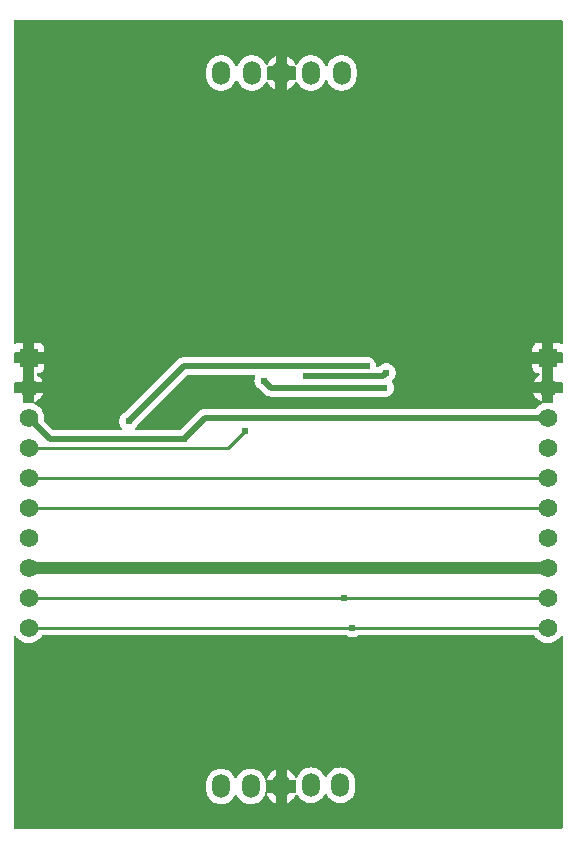
<source format=gbl>
G04 Layer: BottomLayer*
G04 EasyEDA v6.5.22, 2023-04-22 10:10:04*
G04 1b96b35224f94a88acdb7b821174fc80,0997c0c323a540828c61b468e30a80a1,10*
G04 Gerber Generator version 0.2*
G04 Scale: 100 percent, Rotated: No, Reflected: No *
G04 Dimensions in millimeters *
G04 leading zeros omitted , absolute positions ,4 integer and 5 decimal *
%FSLAX45Y45*%
%MOMM*%

%ADD10C,0.2540*%
%ADD11C,0.5000*%
%ADD12C,1.0000*%
%ADD13O,1.524X1.9999959999999999*%
%ADD14C,1.5748*%
%ADD15R,1.5748X1.5748*%
%ADD16C,0.6100*%
%ADD17C,0.0194*%

%LPD*%
G36*
X1826006Y8254492D02*
G01*
X1822094Y8255253D01*
X1818843Y8257438D01*
X1743913Y8332368D01*
X1741525Y8336076D01*
X1740966Y8340445D01*
X1742084Y8352790D01*
X1741627Y8368080D01*
X1739341Y8383219D01*
X1735328Y8398002D01*
X1729587Y8412175D01*
X1722170Y8425586D01*
X1713230Y8438032D01*
X1702917Y8449310D01*
X1691335Y8459317D01*
X1678635Y8467852D01*
X1665376Y8474659D01*
X1662379Y8476996D01*
X1660448Y8480247D01*
X1659889Y8484006D01*
X1660702Y8487714D01*
X1662836Y8490864D01*
X1665935Y8492998D01*
X1671929Y8495639D01*
X1685086Y8503412D01*
X1697278Y8512708D01*
X1708251Y8523376D01*
X1717903Y8535263D01*
X1726082Y8548217D01*
X1732635Y8562035D01*
X1733600Y8564880D01*
X1658620Y8564880D01*
X1658620Y8491169D01*
X1657959Y8487562D01*
X1656080Y8484463D01*
X1653184Y8482177D01*
X1649730Y8481110D01*
X1646072Y8481314D01*
X1635760Y8483803D01*
X1620570Y8485581D01*
X1605229Y8485581D01*
X1590040Y8483803D01*
X1579727Y8481314D01*
X1576070Y8481110D01*
X1572615Y8482177D01*
X1569720Y8484463D01*
X1567840Y8487562D01*
X1567180Y8491169D01*
X1567180Y8564880D01*
X1496568Y8564880D01*
X1492656Y8565642D01*
X1489405Y8567877D01*
X1487170Y8571128D01*
X1486408Y8575040D01*
X1486408Y8646160D01*
X1487170Y8650071D01*
X1489405Y8653322D01*
X1492656Y8655558D01*
X1496568Y8656320D01*
X1567180Y8656320D01*
X1567180Y8818880D01*
X1496568Y8818880D01*
X1492656Y8819642D01*
X1489405Y8821877D01*
X1487170Y8825128D01*
X1486408Y8829040D01*
X1486408Y8900160D01*
X1487170Y8904071D01*
X1489405Y8907322D01*
X1492656Y8909558D01*
X1496568Y8910320D01*
X1567180Y8910320D01*
X1567180Y8993835D01*
X1534617Y8993835D01*
X1525371Y8993022D01*
X1516888Y8990787D01*
X1508912Y8987028D01*
X1502410Y8982456D01*
X1498346Y8980779D01*
X1493926Y8980982D01*
X1490014Y8983014D01*
X1487373Y8986520D01*
X1486408Y8990787D01*
X1486408Y11715242D01*
X1487170Y11719153D01*
X1489405Y11722404D01*
X1492656Y11724640D01*
X1496568Y11725402D01*
X6124448Y11725402D01*
X6128359Y11724640D01*
X6131610Y11722404D01*
X6133846Y11719153D01*
X6134608Y11715242D01*
X6134608Y8990076D01*
X6133642Y8985758D01*
X6131001Y8982303D01*
X6127089Y8980271D01*
X6122670Y8980068D01*
X6118606Y8981744D01*
X6111087Y8987028D01*
X6103112Y8990736D01*
X6094628Y8993022D01*
X6085382Y8993835D01*
X6052820Y8993835D01*
X6052820Y8910320D01*
X6124448Y8910320D01*
X6128359Y8909507D01*
X6131610Y8907322D01*
X6133846Y8904020D01*
X6134608Y8900160D01*
X6134608Y8829040D01*
X6133846Y8825128D01*
X6131610Y8821826D01*
X6128359Y8819642D01*
X6124448Y8818880D01*
X6052820Y8818880D01*
X6052820Y8656320D01*
X6124448Y8656320D01*
X6128359Y8655507D01*
X6131610Y8653322D01*
X6133846Y8650020D01*
X6134608Y8646160D01*
X6134608Y8575040D01*
X6133846Y8571128D01*
X6131610Y8567826D01*
X6128359Y8565642D01*
X6124448Y8564880D01*
X6052820Y8564880D01*
X6052820Y8491169D01*
X6052159Y8487562D01*
X6050280Y8484412D01*
X6047384Y8482177D01*
X6043930Y8481060D01*
X6040272Y8481263D01*
X6029960Y8483752D01*
X6014770Y8485581D01*
X5999429Y8485581D01*
X5984240Y8483752D01*
X5973927Y8481263D01*
X5970270Y8481060D01*
X5966815Y8482177D01*
X5963920Y8484412D01*
X5962040Y8487562D01*
X5961380Y8491169D01*
X5961380Y8564880D01*
X5886399Y8564880D01*
X5887364Y8562035D01*
X5893917Y8548217D01*
X5902096Y8535263D01*
X5911748Y8523376D01*
X5922721Y8512708D01*
X5934913Y8503412D01*
X5948070Y8495639D01*
X5954064Y8492998D01*
X5957163Y8490813D01*
X5959297Y8487664D01*
X5960110Y8484006D01*
X5959551Y8480247D01*
X5957620Y8476996D01*
X5954623Y8474659D01*
X5941364Y8467852D01*
X5928664Y8459317D01*
X5917082Y8449310D01*
X5903315Y8434070D01*
X5900470Y8432596D01*
X5897321Y8432088D01*
X3103118Y8432038D01*
X3094278Y8431225D01*
X3091891Y8430818D01*
X3083306Y8428685D01*
X3080969Y8427923D01*
X3070606Y8423452D01*
X3063036Y8418880D01*
X3061055Y8417458D01*
X3054248Y8411819D01*
X2899816Y8257438D01*
X2896514Y8255253D01*
X2892602Y8254492D01*
X2523794Y8254492D01*
X2519832Y8255253D01*
X2516530Y8257489D01*
X2514346Y8260842D01*
X2513634Y8264753D01*
X2514447Y8268665D01*
X2516733Y8271967D01*
X2519070Y8274202D01*
X2526284Y8283549D01*
X2532481Y8294674D01*
X2534158Y8296909D01*
X2953613Y8716314D01*
X2956915Y8718550D01*
X2960827Y8719312D01*
X3522065Y8719312D01*
X3526028Y8718499D01*
X3529380Y8716213D01*
X3531565Y8712809D01*
X3532225Y8708796D01*
X3531260Y8704834D01*
X3529126Y8700262D01*
X3525723Y8688984D01*
X3523996Y8677249D01*
X3523996Y8665464D01*
X3525723Y8653729D01*
X3529126Y8642400D01*
X3534156Y8631732D01*
X3540658Y8621877D01*
X3548583Y8613038D01*
X3557625Y8605469D01*
X3567734Y8599322D01*
X3569868Y8598408D01*
X3573068Y8596274D01*
X3612743Y8556650D01*
X3619550Y8551011D01*
X3629101Y8545068D01*
X3631285Y8543950D01*
X3639464Y8540546D01*
X3641801Y8539784D01*
X3650386Y8537651D01*
X3652774Y8537244D01*
X3661613Y8536432D01*
X4593437Y8536381D01*
X4609592Y8532266D01*
X4621377Y8530945D01*
X4633163Y8531402D01*
X4644796Y8533536D01*
X4655972Y8537346D01*
X4666488Y8542782D01*
X4676140Y8549640D01*
X4684623Y8557869D01*
X4691837Y8567216D01*
X4697628Y8577529D01*
X4701895Y8588552D01*
X4704435Y8600084D01*
X4705299Y8611870D01*
X4704435Y8623706D01*
X4701895Y8635238D01*
X4697628Y8646261D01*
X4691837Y8656574D01*
X4688484Y8660942D01*
X4686706Y8664549D01*
X4686503Y8668613D01*
X4687874Y8672423D01*
X4690618Y8675420D01*
X4692091Y8676436D01*
X4700574Y8684666D01*
X4707788Y8694013D01*
X4713579Y8704326D01*
X4717846Y8715349D01*
X4720386Y8726881D01*
X4721250Y8738666D01*
X4720386Y8750503D01*
X4717846Y8762034D01*
X4713579Y8773058D01*
X4707788Y8783370D01*
X4700574Y8792718D01*
X4692091Y8800947D01*
X4682439Y8807805D01*
X4671923Y8813241D01*
X4660747Y8817051D01*
X4649114Y8819184D01*
X4637328Y8819591D01*
X4625543Y8818321D01*
X4614113Y8815324D01*
X4603242Y8810701D01*
X4593132Y8804554D01*
X4584090Y8796985D01*
X4580280Y8792718D01*
X4576826Y8790228D01*
X4572711Y8789365D01*
X4564024Y8789365D01*
X4560316Y8790076D01*
X4557115Y8792057D01*
X4554880Y8795105D01*
X4553864Y8798763D01*
X4553305Y8806637D01*
X4550765Y8818168D01*
X4546498Y8829192D01*
X4540707Y8839504D01*
X4533493Y8848852D01*
X4525010Y8857081D01*
X4515358Y8863939D01*
X4504842Y8869375D01*
X4493666Y8873185D01*
X4482033Y8875318D01*
X4470247Y8875725D01*
X4458462Y8874455D01*
X4442307Y8870340D01*
X2922676Y8870289D01*
X2913888Y8869476D01*
X2911449Y8869070D01*
X2902864Y8866936D01*
X2900578Y8866174D01*
X2892399Y8862771D01*
X2890215Y8861653D01*
X2880614Y8855710D01*
X2873806Y8850020D01*
X2427071Y8403336D01*
X2423820Y8401151D01*
X2421737Y8400288D01*
X2411628Y8394090D01*
X2402535Y8386572D01*
X2394661Y8377732D01*
X2388108Y8367877D01*
X2383129Y8357158D01*
X2379726Y8345881D01*
X2377998Y8334146D01*
X2377998Y8322360D01*
X2379726Y8310625D01*
X2383129Y8299297D01*
X2388108Y8288629D01*
X2394661Y8278774D01*
X2401214Y8271408D01*
X2403195Y8268106D01*
X2403805Y8264296D01*
X2402941Y8260486D01*
X2400706Y8257336D01*
X2397455Y8255203D01*
X2393645Y8254492D01*
G37*

%LPC*%
G36*
X1658620Y8656320D02*
G01*
X1733550Y8656320D01*
X1729587Y8666175D01*
X1722170Y8679586D01*
X1713230Y8692032D01*
X1702917Y8703310D01*
X1691335Y8713317D01*
X1686153Y8716772D01*
X1683257Y8719769D01*
X1681835Y8723630D01*
X1681988Y8727744D01*
X1683816Y8731453D01*
X1687017Y8734145D01*
X1690979Y8735314D01*
X1700428Y8736177D01*
X1708912Y8738412D01*
X1716887Y8742172D01*
X1724101Y8747201D01*
X1730298Y8753398D01*
X1735328Y8760612D01*
X1739087Y8768588D01*
X1741322Y8777071D01*
X1742135Y8786317D01*
X1742135Y8818880D01*
X1658620Y8818880D01*
G37*
G36*
X5886450Y8656320D02*
G01*
X5961380Y8656320D01*
X5961380Y8818880D01*
X5877864Y8818880D01*
X5877864Y8786266D01*
X5878677Y8777071D01*
X5880912Y8768588D01*
X5884672Y8760612D01*
X5889701Y8753398D01*
X5895898Y8747201D01*
X5903112Y8742121D01*
X5911088Y8738412D01*
X5919571Y8736126D01*
X5929020Y8735314D01*
X5932982Y8734145D01*
X5936183Y8731453D01*
X5938012Y8727744D01*
X5938164Y8723579D01*
X5936742Y8719718D01*
X5933846Y8716772D01*
X5928664Y8713317D01*
X5917082Y8703310D01*
X5906770Y8692032D01*
X5897829Y8679586D01*
X5890412Y8666175D01*
G37*
G36*
X1658620Y8910320D02*
G01*
X1742135Y8910320D01*
X1742135Y8942882D01*
X1741322Y8952128D01*
X1739087Y8960612D01*
X1735328Y8968587D01*
X1730298Y8975801D01*
X1724101Y8981998D01*
X1716887Y8987028D01*
X1708912Y8990787D01*
X1700428Y8993022D01*
X1691182Y8993835D01*
X1658620Y8993835D01*
G37*
G36*
X5877864Y8910320D02*
G01*
X5961380Y8910320D01*
X5961380Y8993835D01*
X5928817Y8993835D01*
X5919571Y8993022D01*
X5911088Y8990736D01*
X5903112Y8987028D01*
X5895898Y8981998D01*
X5889701Y8975750D01*
X5884672Y8968536D01*
X5880912Y8960561D01*
X5878677Y8952077D01*
X5877864Y8942882D01*
G37*
G36*
X3242818Y11124844D02*
G01*
X3258108Y11125758D01*
X3273145Y11128502D01*
X3287725Y11133074D01*
X3301695Y11139322D01*
X3314801Y11147247D01*
X3326841Y11156696D01*
X3337661Y11167516D01*
X3347059Y11179556D01*
X3354984Y11192662D01*
X3361283Y11206581D01*
X3363061Y11212271D01*
X3365144Y11215979D01*
X3368548Y11218468D01*
X3372764Y11219383D01*
X3376929Y11218468D01*
X3380333Y11215979D01*
X3382416Y11212271D01*
X3384194Y11206581D01*
X3390493Y11192662D01*
X3398418Y11179556D01*
X3407816Y11167516D01*
X3418636Y11156696D01*
X3430676Y11147247D01*
X3443782Y11139322D01*
X3457752Y11133074D01*
X3472332Y11128502D01*
X3487369Y11125758D01*
X3502660Y11124844D01*
X3517950Y11125758D01*
X3532987Y11128502D01*
X3547567Y11133074D01*
X3561537Y11139322D01*
X3574643Y11147247D01*
X3586683Y11156696D01*
X3597503Y11167516D01*
X3606901Y11179556D01*
X3614826Y11192662D01*
X3618382Y11200485D01*
X3620566Y11203635D01*
X3623818Y11205718D01*
X3627628Y11206480D01*
X3631437Y11205718D01*
X3634689Y11203635D01*
X3636873Y11200485D01*
X3640429Y11192662D01*
X3648354Y11179556D01*
X3657752Y11167516D01*
X3668572Y11156696D01*
X3680612Y11147247D01*
X3693718Y11139322D01*
X3708146Y11132921D01*
X3708146Y11218976D01*
X3637432Y11218976D01*
X3633165Y11219942D01*
X3629660Y11222634D01*
X3627628Y11226546D01*
X3627475Y11230965D01*
X3628440Y11236248D01*
X3629355Y11251844D01*
X3629355Y11298783D01*
X3628440Y11314379D01*
X3627475Y11319662D01*
X3627628Y11324082D01*
X3629660Y11327993D01*
X3633165Y11330686D01*
X3637432Y11331651D01*
X3708146Y11331651D01*
X3708146Y11417706D01*
X3693718Y11411305D01*
X3680612Y11403380D01*
X3668572Y11393932D01*
X3657752Y11383111D01*
X3648354Y11371072D01*
X3640429Y11357965D01*
X3636873Y11350142D01*
X3634689Y11346992D01*
X3631437Y11344910D01*
X3627628Y11344148D01*
X3623818Y11344910D01*
X3620566Y11346992D01*
X3618382Y11350142D01*
X3614826Y11357965D01*
X3606901Y11371072D01*
X3597503Y11383111D01*
X3586683Y11393932D01*
X3574643Y11403380D01*
X3561537Y11411305D01*
X3547567Y11417554D01*
X3532987Y11422126D01*
X3517950Y11424869D01*
X3502660Y11425783D01*
X3487369Y11424869D01*
X3472332Y11422126D01*
X3457752Y11417554D01*
X3443782Y11411305D01*
X3430676Y11403380D01*
X3418636Y11393932D01*
X3407816Y11383111D01*
X3398418Y11371072D01*
X3390493Y11357965D01*
X3384194Y11344046D01*
X3382416Y11338356D01*
X3380333Y11334648D01*
X3376929Y11332108D01*
X3372764Y11331244D01*
X3368548Y11332108D01*
X3365144Y11334648D01*
X3363061Y11338356D01*
X3361283Y11344046D01*
X3354984Y11357965D01*
X3347059Y11371072D01*
X3337661Y11383111D01*
X3326841Y11393932D01*
X3314801Y11403380D01*
X3301695Y11411305D01*
X3287725Y11417554D01*
X3273145Y11422126D01*
X3258108Y11424869D01*
X3242818Y11425783D01*
X3227527Y11424869D01*
X3212490Y11422126D01*
X3197910Y11417554D01*
X3183940Y11411305D01*
X3170834Y11403380D01*
X3158794Y11393932D01*
X3147974Y11383111D01*
X3138576Y11371072D01*
X3130651Y11357965D01*
X3124352Y11344046D01*
X3119831Y11329416D01*
X3117037Y11314379D01*
X3116122Y11298783D01*
X3116122Y11251844D01*
X3117037Y11236248D01*
X3119831Y11221212D01*
X3124352Y11206581D01*
X3130651Y11192662D01*
X3138576Y11179556D01*
X3147974Y11167516D01*
X3158794Y11156696D01*
X3170834Y11147247D01*
X3183940Y11139322D01*
X3197910Y11133074D01*
X3212490Y11128502D01*
X3227527Y11125758D01*
G37*
G36*
X4262628Y11124844D02*
G01*
X4277918Y11125758D01*
X4292955Y11128502D01*
X4307535Y11133074D01*
X4321505Y11139322D01*
X4334611Y11147247D01*
X4346651Y11156696D01*
X4357471Y11167516D01*
X4366869Y11179556D01*
X4374794Y11192662D01*
X4381093Y11206581D01*
X4385614Y11221212D01*
X4388408Y11236248D01*
X4389323Y11251844D01*
X4389323Y11298783D01*
X4388408Y11314379D01*
X4385614Y11329416D01*
X4381093Y11344046D01*
X4374794Y11357965D01*
X4366869Y11371072D01*
X4357471Y11383111D01*
X4346651Y11393932D01*
X4334611Y11403380D01*
X4321505Y11411305D01*
X4307535Y11417554D01*
X4292955Y11422126D01*
X4277918Y11424869D01*
X4262628Y11425783D01*
X4247337Y11424869D01*
X4232300Y11422126D01*
X4217720Y11417554D01*
X4203750Y11411305D01*
X4190644Y11403380D01*
X4178604Y11393932D01*
X4167784Y11383111D01*
X4158386Y11371072D01*
X4150461Y11357965D01*
X4144162Y11344046D01*
X4142333Y11338102D01*
X4140200Y11334394D01*
X4136796Y11331854D01*
X4132630Y11330940D01*
X4128465Y11331854D01*
X4125010Y11334394D01*
X4122928Y11338102D01*
X4120997Y11344300D01*
X4114698Y11358219D01*
X4106773Y11371326D01*
X4097375Y11383365D01*
X4086555Y11394186D01*
X4074515Y11403634D01*
X4061409Y11411559D01*
X4047439Y11417808D01*
X4032859Y11422380D01*
X4017822Y11425123D01*
X4002532Y11426037D01*
X3987241Y11425123D01*
X3972204Y11422380D01*
X3957624Y11417808D01*
X3943654Y11411559D01*
X3930548Y11403634D01*
X3918508Y11394186D01*
X3907688Y11383365D01*
X3898290Y11371326D01*
X3890365Y11358219D01*
X3886758Y11350294D01*
X3884523Y11347145D01*
X3881323Y11345011D01*
X3877513Y11344300D01*
X3873703Y11345011D01*
X3870451Y11347145D01*
X3868216Y11350294D01*
X3864762Y11357965D01*
X3856837Y11371072D01*
X3847439Y11383111D01*
X3836619Y11393932D01*
X3824579Y11403380D01*
X3811473Y11411305D01*
X3797046Y11417706D01*
X3797046Y11331651D01*
X3867708Y11331651D01*
X3872026Y11330686D01*
X3875481Y11327993D01*
X3877513Y11324082D01*
X3877665Y11319662D01*
X3876751Y11314633D01*
X3875836Y11299037D01*
X3875836Y11252098D01*
X3876751Y11236502D01*
X3877767Y11230965D01*
X3877614Y11226546D01*
X3875582Y11222634D01*
X3872077Y11219942D01*
X3867810Y11218976D01*
X3797046Y11218976D01*
X3797046Y11132921D01*
X3811473Y11139322D01*
X3824579Y11147247D01*
X3836619Y11156696D01*
X3847439Y11167516D01*
X3856837Y11179556D01*
X3864762Y11192662D01*
X3868369Y11200587D01*
X3870604Y11203736D01*
X3873804Y11205870D01*
X3877614Y11206581D01*
X3881424Y11205870D01*
X3884676Y11203736D01*
X3886911Y11200587D01*
X3890365Y11192916D01*
X3898290Y11179810D01*
X3907688Y11167770D01*
X3918508Y11156950D01*
X3930548Y11147501D01*
X3943654Y11139576D01*
X3957624Y11133328D01*
X3972204Y11128756D01*
X3987241Y11126012D01*
X4002532Y11125098D01*
X4017822Y11126012D01*
X4032859Y11128756D01*
X4047439Y11133328D01*
X4061409Y11139576D01*
X4074515Y11147501D01*
X4086555Y11156950D01*
X4097375Y11167770D01*
X4106773Y11179810D01*
X4114698Y11192916D01*
X4120997Y11206835D01*
X4122826Y11212779D01*
X4124960Y11216487D01*
X4128363Y11219027D01*
X4132529Y11219942D01*
X4136694Y11219027D01*
X4140149Y11216487D01*
X4142232Y11212779D01*
X4144162Y11206581D01*
X4150461Y11192662D01*
X4158386Y11179556D01*
X4167784Y11167516D01*
X4178604Y11156696D01*
X4190644Y11147247D01*
X4203750Y11139322D01*
X4217720Y11133074D01*
X4232300Y11128502D01*
X4247337Y11125758D01*
G37*

%LPD*%
G36*
X1496568Y4877308D02*
G01*
X1492656Y4878070D01*
X1489405Y4880305D01*
X1487170Y4883556D01*
X1486408Y4887468D01*
X1486408Y6502196D01*
X1487322Y6506413D01*
X1489913Y6509867D01*
X1493723Y6511950D01*
X1498092Y6512255D01*
X1502105Y6510680D01*
X1505153Y6507581D01*
X1507896Y6503263D01*
X1517548Y6491376D01*
X1528521Y6480708D01*
X1540713Y6471412D01*
X1553870Y6463639D01*
X1567891Y6457442D01*
X1582521Y6452971D01*
X1597609Y6450279D01*
X1612900Y6449364D01*
X1628190Y6450279D01*
X1643278Y6452971D01*
X1657908Y6457442D01*
X1671929Y6463639D01*
X1685086Y6471412D01*
X1697278Y6480708D01*
X1708251Y6491376D01*
X1717903Y6503263D01*
X1722577Y6510629D01*
X1724812Y6513169D01*
X1727809Y6514846D01*
X1731162Y6515404D01*
X4296765Y6515404D01*
X4300220Y6514795D01*
X4313732Y6506565D01*
X4324604Y6501942D01*
X4336034Y6498945D01*
X4347768Y6497675D01*
X4359605Y6498082D01*
X4371238Y6500266D01*
X4382414Y6504076D01*
X4392930Y6509461D01*
X4398568Y6513474D01*
X4401362Y6514896D01*
X4404461Y6515404D01*
X5888837Y6515404D01*
X5892190Y6514846D01*
X5895136Y6513169D01*
X5897422Y6510629D01*
X5902096Y6503263D01*
X5911748Y6491376D01*
X5922721Y6480708D01*
X5934913Y6471412D01*
X5948070Y6463639D01*
X5962091Y6457442D01*
X5976721Y6452971D01*
X5991809Y6450279D01*
X6007100Y6449364D01*
X6022390Y6450279D01*
X6037478Y6452971D01*
X6052108Y6457442D01*
X6066129Y6463639D01*
X6079286Y6471412D01*
X6091478Y6480708D01*
X6102451Y6491376D01*
X6112103Y6503263D01*
X6115862Y6509207D01*
X6118910Y6512306D01*
X6122924Y6513830D01*
X6127292Y6513525D01*
X6131102Y6511493D01*
X6133693Y6507988D01*
X6134608Y6503771D01*
X6134608Y4887468D01*
X6133846Y4883556D01*
X6131610Y4880305D01*
X6128359Y4878070D01*
X6124448Y4877308D01*
G37*

%LPC*%
G36*
X3492754Y5084978D02*
G01*
X3508044Y5085892D01*
X3523081Y5088636D01*
X3537661Y5093208D01*
X3551631Y5099456D01*
X3564737Y5107381D01*
X3576777Y5116830D01*
X3587597Y5127650D01*
X3596995Y5139690D01*
X3604920Y5152796D01*
X3611219Y5166715D01*
X3612997Y5172506D01*
X3615131Y5176215D01*
X3618534Y5178755D01*
X3622700Y5179669D01*
X3626865Y5178755D01*
X3630320Y5176215D01*
X3632403Y5172506D01*
X3634130Y5166969D01*
X3640429Y5153050D01*
X3648354Y5139944D01*
X3657752Y5127904D01*
X3668572Y5117084D01*
X3680612Y5107635D01*
X3693718Y5099710D01*
X3708146Y5093309D01*
X3708146Y5179364D01*
X3627577Y5179364D01*
X3623259Y5180330D01*
X3619804Y5183022D01*
X3617772Y5186934D01*
X3617620Y5191353D01*
X3618534Y5196382D01*
X3619449Y5211978D01*
X3619449Y5258917D01*
X3618534Y5274513D01*
X3617518Y5280050D01*
X3617671Y5284470D01*
X3619703Y5288381D01*
X3623208Y5291074D01*
X3627475Y5292039D01*
X3708146Y5292039D01*
X3708146Y5378094D01*
X3693718Y5371693D01*
X3680612Y5363768D01*
X3668572Y5354320D01*
X3657752Y5343499D01*
X3648354Y5331460D01*
X3640429Y5318353D01*
X3634130Y5304434D01*
X3632352Y5298643D01*
X3630218Y5294934D01*
X3626815Y5292394D01*
X3622649Y5291480D01*
X3618484Y5292394D01*
X3615029Y5294934D01*
X3612946Y5298643D01*
X3611219Y5304180D01*
X3604920Y5318099D01*
X3596995Y5331206D01*
X3587597Y5343245D01*
X3576777Y5354066D01*
X3564737Y5363514D01*
X3551631Y5371439D01*
X3537661Y5377688D01*
X3523081Y5382260D01*
X3508044Y5385003D01*
X3492754Y5385917D01*
X3477463Y5385003D01*
X3462426Y5382260D01*
X3447846Y5377688D01*
X3433876Y5371439D01*
X3420770Y5363514D01*
X3408730Y5354066D01*
X3397910Y5343245D01*
X3388512Y5331206D01*
X3380587Y5318099D01*
X3376980Y5310124D01*
X3374745Y5306974D01*
X3371494Y5304891D01*
X3367735Y5304129D01*
X3363925Y5304891D01*
X3360674Y5306974D01*
X3358438Y5310124D01*
X3354730Y5318353D01*
X3346805Y5331460D01*
X3337407Y5343499D01*
X3326587Y5354320D01*
X3314547Y5363768D01*
X3301441Y5371693D01*
X3287471Y5377942D01*
X3272891Y5382514D01*
X3257854Y5385257D01*
X3242564Y5386171D01*
X3227273Y5385257D01*
X3212236Y5382514D01*
X3197656Y5377942D01*
X3183686Y5371693D01*
X3170580Y5363768D01*
X3158540Y5354320D01*
X3147720Y5343499D01*
X3138322Y5331460D01*
X3130397Y5318353D01*
X3124098Y5304434D01*
X3119577Y5289804D01*
X3116783Y5274767D01*
X3115868Y5259171D01*
X3115868Y5212232D01*
X3116783Y5196636D01*
X3119577Y5181600D01*
X3124098Y5166969D01*
X3130397Y5153050D01*
X3138322Y5139944D01*
X3147720Y5127904D01*
X3158540Y5117084D01*
X3170580Y5107635D01*
X3183686Y5099710D01*
X3197656Y5093462D01*
X3212236Y5088890D01*
X3227273Y5086146D01*
X3242564Y5085232D01*
X3257854Y5086146D01*
X3272891Y5088890D01*
X3287471Y5093462D01*
X3301441Y5099710D01*
X3314547Y5107635D01*
X3326587Y5117084D01*
X3337407Y5127904D01*
X3346805Y5139944D01*
X3354730Y5153050D01*
X3358337Y5161026D01*
X3360572Y5164175D01*
X3363823Y5166258D01*
X3367582Y5167020D01*
X3371392Y5166258D01*
X3374644Y5164175D01*
X3376879Y5161026D01*
X3380587Y5152796D01*
X3388512Y5139690D01*
X3397910Y5127650D01*
X3408730Y5116830D01*
X3420770Y5107381D01*
X3433876Y5099456D01*
X3447846Y5093208D01*
X3462426Y5088636D01*
X3477463Y5085892D01*
G37*
G36*
X3797046Y5093309D02*
G01*
X3811473Y5099710D01*
X3824579Y5107635D01*
X3836619Y5117084D01*
X3847439Y5127904D01*
X3856837Y5139944D01*
X3864762Y5153050D01*
X3870553Y5165801D01*
X3872737Y5168950D01*
X3875989Y5171084D01*
X3879799Y5171795D01*
X3883609Y5171084D01*
X3886809Y5168950D01*
X3889044Y5165801D01*
X3890365Y5162956D01*
X3898290Y5149850D01*
X3907688Y5137810D01*
X3918508Y5126990D01*
X3930548Y5117541D01*
X3943654Y5109616D01*
X3957624Y5103368D01*
X3972204Y5098796D01*
X3987241Y5096052D01*
X4002532Y5095138D01*
X4017822Y5096052D01*
X4032859Y5098796D01*
X4047439Y5103368D01*
X4061409Y5109616D01*
X4074515Y5117541D01*
X4086555Y5126990D01*
X4097375Y5137810D01*
X4106773Y5149850D01*
X4114698Y5162956D01*
X4118254Y5170779D01*
X4120438Y5173929D01*
X4123690Y5176012D01*
X4127500Y5176774D01*
X4131310Y5176012D01*
X4134561Y5173929D01*
X4136745Y5170779D01*
X4140301Y5162956D01*
X4148226Y5149850D01*
X4157624Y5137810D01*
X4168444Y5126990D01*
X4180484Y5117541D01*
X4193590Y5109616D01*
X4207560Y5103368D01*
X4222140Y5098796D01*
X4237177Y5096052D01*
X4252468Y5095138D01*
X4267758Y5096052D01*
X4282795Y5098796D01*
X4297375Y5103368D01*
X4311345Y5109616D01*
X4324451Y5117541D01*
X4336491Y5126990D01*
X4347311Y5137810D01*
X4356709Y5149850D01*
X4364634Y5162956D01*
X4370933Y5176875D01*
X4375454Y5191506D01*
X4378248Y5206542D01*
X4379163Y5222138D01*
X4379163Y5269077D01*
X4378248Y5284673D01*
X4375454Y5299710D01*
X4370933Y5314340D01*
X4364634Y5328259D01*
X4356709Y5341366D01*
X4347311Y5353405D01*
X4336491Y5364226D01*
X4324451Y5373674D01*
X4311345Y5381599D01*
X4297375Y5387848D01*
X4282795Y5392420D01*
X4267758Y5395163D01*
X4252468Y5396077D01*
X4237177Y5395163D01*
X4222140Y5392420D01*
X4207560Y5387848D01*
X4193590Y5381599D01*
X4180484Y5373674D01*
X4168444Y5364226D01*
X4157624Y5353405D01*
X4148226Y5341366D01*
X4140301Y5328259D01*
X4136745Y5320436D01*
X4134561Y5317286D01*
X4131310Y5315204D01*
X4127500Y5314442D01*
X4123690Y5315204D01*
X4120438Y5317286D01*
X4118254Y5320436D01*
X4114698Y5328259D01*
X4106773Y5341366D01*
X4097375Y5353405D01*
X4086555Y5364226D01*
X4074515Y5373674D01*
X4061409Y5381599D01*
X4047439Y5387848D01*
X4032859Y5392420D01*
X4017822Y5395163D01*
X4002532Y5396077D01*
X3987241Y5395163D01*
X3972204Y5392420D01*
X3957624Y5387848D01*
X3943654Y5381599D01*
X3930548Y5373674D01*
X3918508Y5364226D01*
X3907688Y5353405D01*
X3898290Y5341366D01*
X3890365Y5328259D01*
X3884625Y5315508D01*
X3882390Y5312359D01*
X3879138Y5310225D01*
X3875328Y5309514D01*
X3871518Y5310225D01*
X3868318Y5312359D01*
X3866083Y5315508D01*
X3864762Y5318353D01*
X3856837Y5331460D01*
X3847439Y5343499D01*
X3836619Y5354320D01*
X3824579Y5363768D01*
X3811473Y5371693D01*
X3797046Y5378094D01*
X3797046Y5292039D01*
X3866438Y5292039D01*
X3870451Y5291226D01*
X3873804Y5288838D01*
X3875989Y5285333D01*
X3876548Y5281269D01*
X3875836Y5269077D01*
X3875836Y5222138D01*
X3876751Y5206542D01*
X3879545Y5191353D01*
X3879392Y5186934D01*
X3877360Y5183022D01*
X3873855Y5180330D01*
X3869537Y5179364D01*
X3797046Y5179364D01*
G37*

%LPD*%
D10*
X6007100Y7594597D02*
G01*
X1612900Y7594597D01*
D11*
X1612900Y8356597D02*
G01*
X1790522Y8178975D01*
X2928111Y8178975D01*
X2928111Y8178975D02*
G01*
X3105734Y8356597D01*
X6007100Y8356597D01*
D12*
X1612900Y7086597D02*
G01*
X6007100Y7086597D01*
X2474340Y8603612D02*
G01*
X2052700Y8603612D01*
X1791715Y8864597D01*
X1612900Y8864597D02*
G01*
X1791715Y8864597D01*
X6007100Y8864597D02*
G01*
X5828284Y8864597D01*
X5828284Y8864597D02*
G01*
X5747232Y8945648D01*
X3752595Y8945648D01*
X2474340Y8603612D02*
G01*
X2816377Y8945648D01*
X3752595Y8945648D01*
X3752595Y8945648D02*
G01*
X3752595Y11275311D01*
D10*
X1612900Y6832597D02*
G01*
X4279976Y6832597D01*
X4279976Y6832597D02*
G01*
X6007100Y6832597D01*
X1612900Y8102597D02*
G01*
X3303904Y8102597D01*
X3442258Y8240951D01*
X6007100Y7848597D02*
G01*
X1612900Y7848597D01*
X6007100Y6578597D02*
G01*
X4350740Y6578597D01*
X4350740Y6578597D02*
G01*
X1612900Y6578597D01*
D11*
X4624324Y8611892D02*
G01*
X3664229Y8611892D01*
X3604768Y8671354D01*
X4640275Y8738689D02*
G01*
X4615434Y8713848D01*
X3957700Y8713848D01*
X2458745Y8328251D02*
G01*
X2925318Y8794823D01*
X4473193Y8794823D01*
D13*
G01*
X4262627Y11275313D03*
G01*
X4002531Y11275568D03*
G01*
X3752595Y11275313D03*
G01*
X3502659Y11275313D03*
G01*
X3242818Y11275313D03*
G01*
X4252468Y5245607D03*
G01*
X4002531Y5245607D03*
G01*
X3752595Y5235702D03*
G01*
X3492754Y5235447D03*
G01*
X3242563Y5235702D03*
D14*
G01*
X1612900Y6578600D03*
G01*
X1612900Y6832600D03*
G01*
X1612900Y7086600D03*
G01*
X1612900Y7340600D03*
G01*
X1612900Y7594600D03*
G01*
X1612900Y7848600D03*
G01*
X1612900Y8102600D03*
G01*
X1612900Y8356600D03*
G01*
X1612900Y8610600D03*
D15*
G01*
X1612900Y8864600D03*
D14*
G01*
X6007100Y6578574D03*
G01*
X6007100Y6832574D03*
G01*
X6007100Y7086574D03*
G01*
X6007100Y7340574D03*
G01*
X6007100Y7594574D03*
G01*
X6007100Y7848574D03*
G01*
X6007100Y8102574D03*
G01*
X6007100Y8356574D03*
G01*
X6007100Y8610574D03*
D15*
G01*
X6007100Y8864574D03*
D16*
G01*
X4473193Y8794826D03*
G01*
X2458745Y8328253D03*
G01*
X3957700Y8713851D03*
G01*
X4640275Y8738692D03*
G01*
X3604768Y8671356D03*
G01*
X4624324Y8611895D03*
G01*
X4350740Y6578600D03*
G01*
X3442258Y8240953D03*
G01*
X4279976Y6832600D03*
D12*
G01*
X2474340Y8603614D03*
D16*
G01*
X2928111Y8178977D03*
M02*

</source>
